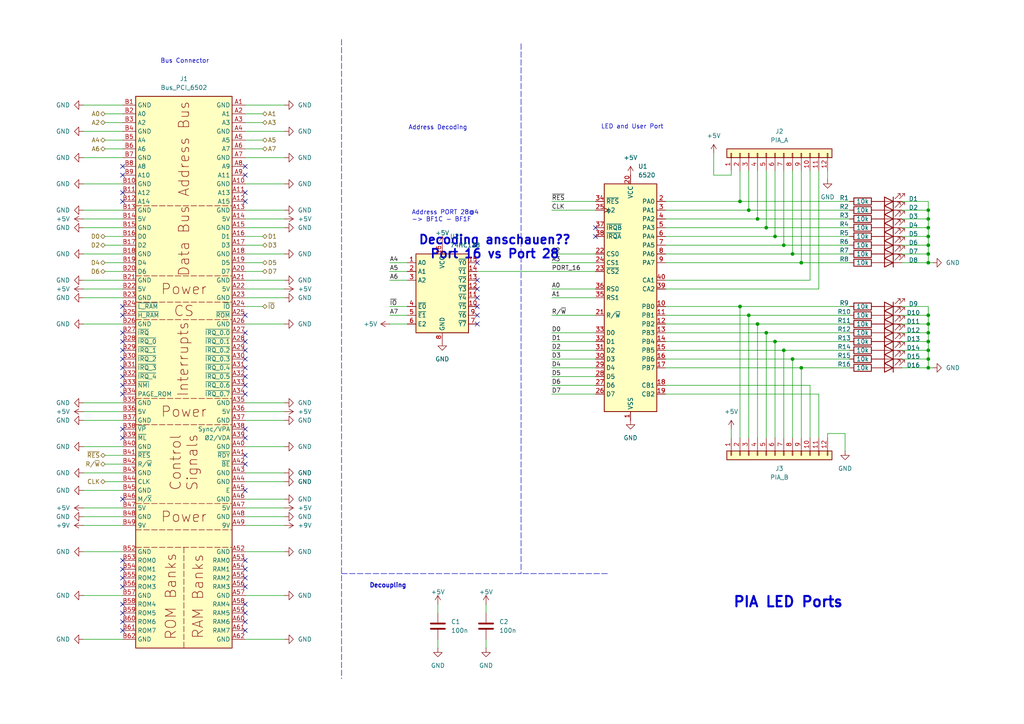
<source format=kicad_sch>
(kicad_sch (version 20231120) (generator "eeschema") (generator_version "8.0")
  (paper "A4")
  (title_block (title "S65xx Computer System") (date "2024-06-30") (rev "1.0") (company "Synthron"))
  (junction (at 224.79 99.06))
  (junction (at 269.24 101.6))
  (junction (at 219.71 63.5))
  (junction (at 269.24 93.98))
  (junction (at 232.41 106.68))
  (junction (at 269.24 96.52))
  (junction (at 269.24 99.06))
  (junction (at 224.79 68.58))
  (junction (at 269.24 73.66))
  (junction (at 269.24 71.12))
  (junction (at 222.25 66.04))
  (junction (at 219.71 93.98))
  (junction (at 222.25 96.52))
  (junction (at 229.87 104.14))
  (junction (at 214.63 58.42))
  (junction (at 269.24 91.44))
  (junction (at 269.24 76.2))
  (junction (at 269.24 68.58))
  (junction (at 269.24 106.68))
  (junction (at 269.24 60.96))
  (junction (at 269.24 63.5))
  (junction (at 229.87 73.66))
  (junction (at 227.33 101.6))
  (junction (at 217.17 60.96))
  (junction (at 214.63 88.9))
  (junction (at 269.24 66.04))
  (junction (at 269.24 104.14))
  (junction (at 227.33 71.12))
  (junction (at 232.41 76.2))
  (junction (at 217.17 91.44))
  (no_connect (at 71.12 134.62))
  (no_connect (at 71.12 182.88))
  (no_connect (at 35.56 182.88))
  (no_connect (at 172.72 68.58))
  (no_connect (at 35.56 170.18))
  (no_connect (at 71.12 124.46))
  (no_connect (at 35.56 58.42))
  (no_connect (at 71.12 175.26))
  (no_connect (at 35.56 175.26))
  (no_connect (at 71.12 170.18))
  (no_connect (at 71.12 58.42))
  (no_connect (at 71.12 132.08))
  (no_connect (at 35.56 48.26))
  (no_connect (at 35.56 124.46))
  (no_connect (at 71.12 114.3))
  (no_connect (at 35.56 101.6))
  (no_connect (at 138.43 86.36))
  (no_connect (at 71.12 111.76))
  (no_connect (at 71.12 106.68))
  (no_connect (at 71.12 109.22))
  (no_connect (at 35.56 91.44))
  (no_connect (at 71.12 104.14))
  (no_connect (at 35.56 180.34))
  (no_connect (at 71.12 48.26))
  (no_connect (at 35.56 144.78))
  (no_connect (at 35.56 127))
  (no_connect (at 138.43 76.2))
  (no_connect (at 35.56 177.8))
  (no_connect (at 71.12 99.06))
  (no_connect (at 71.12 50.8))
  (no_connect (at 35.56 99.06))
  (no_connect (at 35.56 104.14))
  (no_connect (at 71.12 162.56))
  (no_connect (at 71.12 96.52))
  (no_connect (at 35.56 109.22))
  (no_connect (at 35.56 162.56))
  (no_connect (at 35.56 111.76))
  (no_connect (at 71.12 142.24))
  (no_connect (at 138.43 83.82))
  (no_connect (at 71.12 91.44))
  (no_connect (at 138.43 88.9))
  (no_connect (at 35.56 50.8))
  (no_connect (at 35.56 88.9))
  (no_connect (at 71.12 165.1))
  (no_connect (at 71.12 55.88))
  (no_connect (at 35.56 96.52))
  (no_connect (at 71.12 177.8))
  (no_connect (at 138.43 91.44))
  (no_connect (at 35.56 114.3))
  (no_connect (at 71.12 167.64))
  (no_connect (at 35.56 106.68))
  (no_connect (at 71.12 127))
  (no_connect (at 35.56 55.88))
  (no_connect (at 35.56 165.1))
  (no_connect (at 138.43 81.28))
  (no_connect (at 172.72 66.04))
  (no_connect (at 71.12 101.6))
  (no_connect (at 71.12 180.34))
  (no_connect (at 35.56 167.64))
  (no_connect (at 138.43 93.98))
  (wire (pts (xy 261.62 96.52) (xy 269.24 96.52)))
  (wire (pts (xy 219.71 93.98) (xy 246.38 93.98)))
  (wire (pts (xy 246.38 58.42) (xy 214.63 58.42)))
  (wire (pts (xy 224.79 99.06) (xy 193.04 99.06)))
  (wire (pts (xy 82.55 149.86) (xy 71.12 149.86)))
  (wire (pts (xy 30.48 78.74) (xy 35.56 78.74)))
  (wire (pts (xy 160.02 83.82) (xy 172.72 83.82)))
  (wire (pts (xy 113.03 76.2) (xy 118.11 76.2)))
  (wire (pts (xy 82.55 66.04) (xy 71.12 66.04)))
  (wire (pts (xy 82.55 30.48) (xy 71.12 30.48)))
  (wire (pts (xy 160.02 76.2) (xy 172.72 76.2)))
  (wire (pts (xy 160.02 104.14) (xy 172.72 104.14)))
  (wire (pts (xy 30.48 139.7) (xy 35.56 139.7)))
  (wire (pts (xy 207.01 50.8) (xy 212.09 50.8)))
  (wire (pts (xy 82.55 116.84) (xy 71.12 116.84)))
  (wire (pts (xy 24.13 129.54) (xy 35.56 129.54)))
  (wire (pts (xy 246.38 88.9) (xy 214.63 88.9)))
  (wire (pts (xy 234.95 127) (xy 234.95 111.76)))
  (wire (pts (xy 214.63 88.9) (xy 214.63 127)))
  (wire (pts (xy 261.62 60.96) (xy 269.24 60.96)))
  (wire (pts (xy 214.63 88.9) (xy 193.04 88.9)))
  (wire (pts (xy 82.55 121.92) (xy 71.12 121.92)))
  (wire (pts (xy 214.63 58.42) (xy 193.04 58.42)))
  (wire (pts (xy 224.79 49.53) (xy 224.79 68.58)))
  (wire (pts (xy 30.48 71.12) (xy 35.56 71.12)))
  (wire (pts (xy 269.24 68.58) (xy 269.24 66.04)))
  (wire (pts (xy 246.38 99.06) (xy 224.79 99.06)))
  (wire (pts (xy 82.55 38.1) (xy 71.12 38.1)))
  (wire (pts (xy 113.03 91.44) (xy 118.11 91.44)))
  (wire (pts (xy 160.02 101.6) (xy 172.72 101.6)))
  (wire (pts (xy 24.13 53.34) (xy 35.56 53.34)))
  (wire (pts (xy 229.87 104.14) (xy 229.87 127)))
  (wire (pts (xy 24.13 185.42) (xy 35.56 185.42)))
  (wire (pts (xy 227.33 71.12) (xy 193.04 71.12)))
  (wire (pts (xy 82.55 160.02) (xy 71.12 160.02)))
  (wire (pts (xy 193.04 68.58) (xy 224.79 68.58)))
  (wire (pts (xy 269.24 76.2) (xy 269.24 73.66)))
  (wire (pts (xy 269.24 58.42) (xy 261.62 58.42)))
  (wire (pts (xy 212.09 50.8) (xy 212.09 49.53)))
  (wire (pts (xy 24.13 81.28) (xy 35.56 81.28)))
  (wire (pts (xy 229.87 104.14) (xy 193.04 104.14)))
  (wire (pts (xy 237.49 114.3) (xy 193.04 114.3)))
  (wire (pts (xy 240.03 125.73) (xy 240.03 127)))
  (wire (pts (xy 269.24 73.66) (xy 269.24 71.12)))
  (wire (pts (xy 30.48 68.58) (xy 35.56 68.58)))
  (wire (pts (xy 261.62 101.6) (xy 269.24 101.6)))
  (wire (pts (xy 269.24 106.68) (xy 269.24 104.14)))
  (wire (pts (xy 261.62 99.06) (xy 269.24 99.06)))
  (wire (pts (xy 237.49 49.53) (xy 237.49 83.82)))
  (wire (pts (xy 232.41 76.2) (xy 193.04 76.2)))
  (wire (pts (xy 24.13 38.1) (xy 35.56 38.1)))
  (wire (pts (xy 270.51 76.2) (xy 269.24 76.2)))
  (wire (pts (xy 261.62 91.44) (xy 269.24 91.44)))
  (wire (pts (xy 269.24 91.44) (xy 269.24 88.9)))
  (wire (pts (xy 76.2 78.74) (xy 71.12 78.74)))
  (wire (pts (xy 261.62 76.2) (xy 269.24 76.2)))
  (wire (pts (xy 82.55 63.5) (xy 71.12 63.5)))
  (wire (pts (xy 76.2 68.58) (xy 71.12 68.58)))
  (wire (pts (xy 269.24 101.6) (xy 269.24 99.06)))
  (wire (pts (xy 229.87 49.53) (xy 229.87 73.66)))
  (wire (pts (xy 160.02 58.42) (xy 172.72 58.42)))
  (wire (pts (xy 219.71 127) (xy 219.71 93.98)))
  (wire (pts (xy 222.25 96.52) (xy 222.25 127)))
  (wire (pts (xy 270.51 106.68) (xy 269.24 106.68)))
  (wire (pts (xy 234.95 49.53) (xy 234.95 81.28)))
  (wire (pts (xy 160.02 73.66) (xy 172.72 73.66)))
  (wire (pts (xy 82.55 45.72) (xy 71.12 45.72)))
  (wire (pts (xy 234.95 111.76) (xy 193.04 111.76)))
  (wire (pts (xy 76.2 40.64) (xy 71.12 40.64)))
  (wire (pts (xy 246.38 106.68) (xy 232.41 106.68)))
  (wire (pts (xy 240.03 52.07) (xy 240.03 49.53)))
  (wire (pts (xy 82.55 119.38) (xy 71.12 119.38)))
  (wire (pts (xy 160.02 99.06) (xy 172.72 99.06)))
  (wire (pts (xy 82.55 147.32) (xy 71.12 147.32)))
  (wire (pts (xy 82.55 137.16) (xy 71.12 137.16)))
  (wire (pts (xy 76.2 33.02) (xy 71.12 33.02)))
  (wire (pts (xy 207.01 44.45) (xy 207.01 50.8)))
  (wire (pts (xy 160.02 91.44) (xy 172.72 91.44)))
  (wire (pts (xy 30.48 33.02) (xy 35.56 33.02)))
  (wire (pts (xy 246.38 104.14) (xy 229.87 104.14)))
  (wire (pts (xy 214.63 49.53) (xy 214.63 58.42)))
  (wire (pts (xy 82.55 60.96) (xy 71.12 60.96)))
  (wire (pts (xy 269.24 96.52) (xy 269.24 93.98)))
  (wire (pts (xy 234.95 81.28) (xy 193.04 81.28)))
  (wire (pts (xy 261.62 71.12) (xy 269.24 71.12)))
  (wire (pts (xy 246.38 60.96) (xy 217.17 60.96)))
  (wire (pts (xy 24.13 93.98) (xy 35.56 93.98)))
  (wire (pts (xy 269.24 93.98) (xy 269.24 91.44)))
  (wire (pts (xy 212.09 124.46) (xy 212.09 127)))
  (wire (pts (xy 222.25 66.04) (xy 193.04 66.04)))
  (wire (pts (xy 24.13 172.72) (xy 35.56 172.72)))
  (wire (pts (xy 24.13 60.96) (xy 35.56 60.96)))
  (wire (pts (xy 82.55 73.66) (xy 71.12 73.66)))
  (wire (pts (xy 30.48 43.18) (xy 35.56 43.18)))
  (wire (pts (xy 261.62 63.5) (xy 269.24 63.5)))
  (wire (pts (xy 219.71 49.53) (xy 219.71 63.5)))
  (polyline (pts (xy 99.06 11.43) (xy 99.06 196.85)) (stroke (width 0) (type dash)))
  (wire (pts (xy 30.48 35.56) (xy 35.56 35.56)))
  (wire (pts (xy 113.03 93.98) (xy 118.11 93.98)))
  (wire (pts (xy 222.25 49.53) (xy 222.25 66.04)))
  (wire (pts (xy 113.03 81.28) (xy 118.11 81.28)))
  (polyline (pts (xy 151.13 12.7) (xy 151.13 166.37)) (stroke (width 0) (type dash)))
  (wire (pts (xy 76.2 43.18) (xy 71.12 43.18)))
  (wire (pts (xy 76.2 76.2) (xy 71.12 76.2)))
  (wire (pts (xy 24.13 121.92) (xy 35.56 121.92)))
  (wire (pts (xy 24.13 83.82) (xy 35.56 83.82)))
  (wire (pts (xy 269.24 99.06) (xy 269.24 96.52)))
  (wire (pts (xy 232.41 106.68) (xy 193.04 106.68)))
  (wire (pts (xy 76.2 71.12) (xy 71.12 71.12)))
  (wire (pts (xy 269.24 63.5) (xy 269.24 60.96)))
  (wire (pts (xy 82.55 83.82) (xy 71.12 83.82)))
  (wire (pts (xy 227.33 71.12) (xy 246.38 71.12)))
  (wire (pts (xy 24.13 147.32) (xy 35.56 147.32)))
  (wire (pts (xy 24.13 119.38) (xy 35.56 119.38)))
  (wire (pts (xy 217.17 60.96) (xy 193.04 60.96)))
  (wire (pts (xy 246.38 76.2) (xy 232.41 76.2)))
  (wire (pts (xy 193.04 91.44) (xy 217.17 91.44)))
  (wire (pts (xy 127 185.42) (xy 127 187.96)))
  (wire (pts (xy 138.43 78.74) (xy 172.72 78.74)))
  (wire (pts (xy 160.02 106.68) (xy 172.72 106.68)))
  (wire (pts (xy 245.11 130.81) (xy 245.11 125.73)))
  (wire (pts (xy 245.11 125.73) (xy 240.03 125.73)))
  (wire (pts (xy 269.24 104.14) (xy 269.24 101.6)))
  (wire (pts (xy 160.02 111.76) (xy 172.72 111.76)))
  (wire (pts (xy 261.62 106.68) (xy 269.24 106.68)))
  (wire (pts (xy 82.55 185.42) (xy 71.12 185.42)))
  (wire (pts (xy 82.55 139.7) (xy 71.12 139.7)))
  (wire (pts (xy 30.48 132.08) (xy 35.56 132.08)))
  (wire (pts (xy 222.25 96.52) (xy 193.04 96.52)))
  (wire (pts (xy 160.02 96.52) (xy 172.72 96.52)))
  (wire (pts (xy 76.2 35.56) (xy 71.12 35.56)))
  (wire (pts (xy 24.13 73.66) (xy 35.56 73.66)))
  (wire (pts (xy 160.02 86.36) (xy 172.72 86.36)))
  (wire (pts (xy 24.13 137.16) (xy 35.56 137.16)))
  (wire (pts (xy 269.24 71.12) (xy 269.24 68.58)))
  (wire (pts (xy 261.62 66.04) (xy 269.24 66.04)))
  (polyline (pts (xy 99.06 166.37) (xy 176.53 166.37)) (stroke (width 0) (type dash)))
  (wire (pts (xy 229.87 73.66) (xy 193.04 73.66)))
  (wire (pts (xy 227.33 101.6) (xy 193.04 101.6)))
  (wire (pts (xy 237.49 83.82) (xy 193.04 83.82)))
  (wire (pts (xy 232.41 106.68) (xy 232.41 127)))
  (wire (pts (xy 160.02 109.22) (xy 172.72 109.22)))
  (wire (pts (xy 113.03 88.9) (xy 118.11 88.9)))
  (wire (pts (xy 269.24 60.96) (xy 269.24 58.42)))
  (wire (pts (xy 269.24 66.04) (xy 269.24 63.5)))
  (wire (pts (xy 140.97 175.26) (xy 140.97 177.8)))
  (wire (pts (xy 246.38 63.5) (xy 219.71 63.5)))
  (wire (pts (xy 76.2 88.9) (xy 71.12 88.9)))
  (wire (pts (xy 30.48 40.64) (xy 35.56 40.64)))
  (wire (pts (xy 193.04 93.98) (xy 219.71 93.98)))
  (wire (pts (xy 24.13 160.02) (xy 35.56 160.02)))
  (wire (pts (xy 82.55 129.54) (xy 71.12 129.54)))
  (wire (pts (xy 30.48 134.62) (xy 35.56 134.62)))
  (wire (pts (xy 24.13 86.36) (xy 35.56 86.36)))
  (wire (pts (xy 24.13 45.72) (xy 35.56 45.72)))
  (wire (pts (xy 261.62 93.98) (xy 269.24 93.98)))
  (wire (pts (xy 219.71 63.5) (xy 193.04 63.5)))
  (wire (pts (xy 217.17 49.53) (xy 217.17 60.96)))
  (wire (pts (xy 24.13 30.48) (xy 35.56 30.48)))
  (wire (pts (xy 82.55 81.28) (xy 71.12 81.28)))
  (wire (pts (xy 24.13 142.24) (xy 35.56 142.24)))
  (wire (pts (xy 246.38 101.6) (xy 227.33 101.6)))
  (wire (pts (xy 82.55 86.36) (xy 71.12 86.36)))
  (wire (pts (xy 113.03 78.74) (xy 118.11 78.74)))
  (wire (pts (xy 227.33 101.6) (xy 227.33 127)))
  (wire (pts (xy 140.97 185.42) (xy 140.97 187.96)))
  (wire (pts (xy 237.49 127) (xy 237.49 114.3)))
  (wire (pts (xy 246.38 96.52) (xy 222.25 96.52)))
  (wire (pts (xy 82.55 172.72) (xy 71.12 172.72)))
  (wire (pts (xy 246.38 73.66) (xy 229.87 73.66)))
  (wire (pts (xy 127 175.26) (xy 127 177.8)))
  (wire (pts (xy 261.62 73.66) (xy 269.24 73.66)))
  (wire (pts (xy 246.38 66.04) (xy 222.25 66.04)))
  (wire (pts (xy 24.13 149.86) (xy 35.56 149.86)))
  (wire (pts (xy 24.13 152.4) (xy 35.56 152.4)))
  (wire (pts (xy 160.02 114.3) (xy 172.72 114.3)))
  (wire (pts (xy 82.55 152.4) (xy 71.12 152.4)))
  (wire (pts (xy 217.17 127) (xy 217.17 91.44)))
  (wire (pts (xy 24.13 116.84) (xy 35.56 116.84)))
  (wire (pts (xy 82.55 93.98) (xy 71.12 93.98)))
  (wire (pts (xy 224.79 68.58) (xy 246.38 68.58)))
  (wire (pts (xy 30.48 76.2) (xy 35.56 76.2)))
  (wire (pts (xy 24.13 66.04) (xy 35.56 66.04)))
  (wire (pts (xy 217.17 91.44) (xy 246.38 91.44)))
  (wire (pts (xy 160.02 60.96) (xy 172.72 60.96)))
  (wire (pts (xy 261.62 68.58) (xy 269.24 68.58)))
  (wire (pts (xy 227.33 49.53) (xy 227.33 71.12)))
  (wire (pts (xy 24.13 63.5) (xy 35.56 63.5)))
  (wire (pts (xy 232.41 49.53) (xy 232.41 76.2)))
  (wire (pts (xy 82.55 53.34) (xy 71.12 53.34)))
  (wire (pts (xy 224.79 99.06) (xy 224.79 127)))
  (wire (pts (xy 269.24 88.9) (xy 261.62 88.9)))
  (wire (pts (xy 82.55 144.78) (xy 71.12 144.78)))
  (wire (pts (xy 261.62 104.14) (xy 269.24 104.14)))
  (text "PIA LED Ports" (at 228.6 174.752 0) (effects (font (size 3 3) (thickness 0.6) (bold yes))))
  (text "Address PORT 28@4 \n-> BF1C - BF1F" (at 119.38 62.738 0) (effects (font (size 1.27 1.27)) (justify left)))
  (text "Decoding anschauen??\nPort 16 vs Port 28" (at 143.51 71.755 0) (effects (font (size 2.54 2.54) (thickness 0.508) (bold yes))))
  (text "Address Decoding" (at 127 37.084 0) (effects (font (size 1.27 1.27))))
  (text "Bus Connector" (at 53.594 17.78 0) (effects (font (size 1.27 1.27))))
  (text "Decoupling" (at 112.522 169.926 0) (effects (font (size 1.27 1.27) (bold yes))))
  (text "LED and User Port" (at 183.388 36.83 0) (effects (font (size 1.27 1.27))))
  (label "D4" (at 160.02 106.68 0))
  (label "D6" (at 160.02 111.76 0))
  (label "CLK" (at 160.02 60.96 0))
  (label "A6" (at 113.03 81.28 0))
  (label "D5" (at 160.02 109.22 0))
  (label "A1" (at 160.02 86.36 0))
  (label "~{IO}" (at 113.03 88.9 0))
  (label "PORT_16" (at 160.02 78.74 0))
  (label "D0" (at 160.02 96.52 0))
  (label "D3" (at 160.02 104.14 0))
  (label "~{RES}" (at 160.02 58.42 0))
  (label "A3" (at 160.02 76.2 0))
  (label "D1" (at 160.02 99.06 0))
  (label "R{slash}~{W}" (at 160.02 91.44 0))
  (label "D2" (at 160.02 101.6 0))
  (label "A0" (at 160.02 83.82 0))
  (label "A2" (at 160.02 73.66 0))
  (label "A7" (at 113.03 91.44 0))
  (label "A5" (at 113.03 78.74 0))
  (label "D7" (at 160.02 114.3 0))
  (label "A4" (at 113.03 76.2 0))
  (hierarchical_label "D5" (shape bidirectional) (at 76.2 76.2 0))
  (hierarchical_label "CLK" (shape bidirectional) (at 30.48 139.7 180))
  (hierarchical_label "A2" (shape bidirectional) (at 30.48 35.56 180))
  (hierarchical_label "D6" (shape bidirectional) (at 30.48 78.74 180))
  (hierarchical_label "A3" (shape bidirectional) (at 76.2 35.56 0))
  (hierarchical_label "R{slash}~{W}" (shape bidirectional) (at 30.48 134.62 180))
  (hierarchical_label "D2" (shape bidirectional) (at 30.48 71.12 180))
  (hierarchical_label "D1" (shape bidirectional) (at 76.2 68.58 0))
  (hierarchical_label "D7" (shape bidirectional) (at 76.2 78.74 0))
  (hierarchical_label "A6" (shape bidirectional) (at 30.48 43.18 180))
  (hierarchical_label "D4" (shape bidirectional) (at 30.48 76.2 180))
  (hierarchical_label "A0" (shape bidirectional) (at 30.48 33.02 180))
  (hierarchical_label "A5" (shape bidirectional) (at 76.2 40.64 0))
  (hierarchical_label "D0" (shape bidirectional) (at 30.48 68.58 180))
  (hierarchical_label "~{RES}" (shape bidirectional) (at 30.48 132.08 180))
  (hierarchical_label "~{IO}" (shape bidirectional) (at 76.2 88.9 0))
  (hierarchical_label "D3" (shape bidirectional) (at 76.2 71.12 0))
  (hierarchical_label "A7" (shape bidirectional) (at 76.2 43.18 0))
  (hierarchical_label "A4" (shape bidirectional) (at 30.48 40.64 180))
  (hierarchical_label "A1" (shape bidirectional) (at 76.2 33.02 0))
  (symbol (lib_id "power:GND") (at 24.13 38.1 270) (unit 1)
    (property "Reference" "#PWR03" (effects (hide yes)))
    (property "Value" "GND" (at 20.32 38.0999 90) (effects (justify right)))
    (property "Description" "Power symbol creates a global label with name \"GND\" , ground" (effects (hide yes)))
  )
  (symbol (lib_id "power:GND") (at 82.55 86.36 90) (mirror x) (unit 1)
    (property "Reference" "#PWR022" (effects (hide yes)))
    (property "Value" "GND" (at 86.36 86.3599 90) (effects (justify right)))
    (property "Description" "Power symbol creates a global label with name \"GND\" , ground" (effects (hide yes)))
  )
  (symbol (lib_id "power:+5V") (at 82.55 83.82 270) (mirror x) (unit 1)
    (property "Reference" "#PWR020" (effects (hide yes)))
    (property "Value" "+5V" (at 86.36 83.8199 90) (effects (justify left)))
    (property "Description" "Power symbol creates a global label with name \"+5V\"" (effects (hide yes)))
  )
  (symbol (lib_id "Device:R") (at 250.19 71.12 90) (unit 1)
    (property "Reference" "R6" (at 244.856 70.104 90))
    (property "Value" "10k" (at 250.19 71.12 90))
    (property "Footprint" "Resistor_SMD:R_0805_2012Metric" (effects (hide yes)))
    (property "Description" "Resistor" (effects (hide yes)))
  )
  (symbol (lib_id "Device:R") (at 250.19 58.42 90) (unit 1)
    (property "Reference" "R1" (at 244.856 57.404 90))
    (property "Value" "10k" (at 250.19 58.42 90))
    (property "Footprint" "Resistor_SMD:R_0805_2012Metric" (effects (hide yes)))
    (property "Description" "Resistor" (effects (hide yes)))
  )
  (symbol (lib_id "Device:R") (at 250.19 60.96 90) (unit 1)
    (property "Reference" "R2" (at 244.856 59.944 90))
    (property "Value" "10k" (at 250.19 60.96 90))
    (property "Footprint" "Resistor_SMD:R_0805_2012Metric" (effects (hide yes)))
    (property "Description" "Resistor" (effects (hide yes)))
  )
  (symbol (lib_id "power:GND") (at 82.55 121.92 90) (mirror x) (unit 1)
    (property "Reference" "#PWR030" (effects (hide yes)))
    (property "Value" "GND" (at 86.36 121.9199 90) (effects (justify right)))
    (property "Description" "Power symbol creates a global label with name \"GND\" , ground" (effects (hide yes)))
  )
  (symbol (lib_id "power:GND") (at 82.55 160.02 90) (unit 1)
    (property "Reference" "#PWR045" (effects (hide yes)))
    (property "Value" "GND" (at 86.36 160.0201 90) (effects (justify right)))
    (property "Description" "Power symbol creates a global label with name \"GND\" , ground" (effects (hide yes)))
  )
  (symbol (lib_id "6502:Bus_PCI_6502") (at 53.34 106.68 0) (unit 1)
    (property "Reference" "J1" (at 53.34 22.86 0))
    (property "Value" "Bus_PCI_6502" (at 53.34 25.4 0))
    (property "Footprint" "Connector_PCBEdge:BUS_PCI" (effects (hide yes)))
    (property "Datasheet" "http://pinouts.ru/Slots/PCI_pinout.shtml" (effects (hide yes)))
    (property "Description" "PCI bus connector for 5V cards" (effects (hide yes)))
  )
  (symbol (lib_id "power:GND") (at 82.55 66.04 90) (mirror x) (unit 1)
    (property "Reference" "#PWR014" (effects (hide yes)))
    (property "Value" "GND" (at 86.36 66.0399 90) (effects (justify right)))
    (property "Description" "Power symbol creates a global label with name \"GND\" , ground" (effects (hide yes)))
  )
  (symbol (lib_id "6502:6520") (at 182.88 86.36 0) (unit 1)
    (property "Reference" "U1" (at 185.0741 48.26 0) (effects (justify left)))
    (property "Value" "6520" (at 185.0741 50.8 0) (effects (justify left)))
    (property "Footprint" "Package_DIP:DIP-40_W15.24mm" (effects (hide yes)))
    (property "Datasheet" "http://www.6502.org/documents/datasheets/mos/mos_6520.pdf" (effects (hide yes)))
    (property "Description" "NMOS Peripheral Interface Adapter (PIA), 20-pin I/O, DIP-40" (effects (hide yes)))
  )
  (symbol (lib_id "power:GND") (at 182.88 121.92 0) (unit 1)
    (property "Reference" "#PWR053" (effects (hide yes)))
    (property "Value" "GND" (at 182.88 127 0))
    (property "Description" "Power symbol creates a global label with name \"GND\" , ground" (effects (hide yes)))
  )
  (symbol (lib_id "power:GND") (at 24.13 81.28 270) (unit 1)
    (property "Reference" "#PWR017" (effects (hide yes)))
    (property "Value" "GND" (at 20.32 81.2799 90) (effects (justify right)))
    (property "Description" "Power symbol creates a global label with name \"GND\" , ground" (effects (hide yes)))
  )
  (symbol (lib_id "power:GND") (at 24.13 185.42 270) (unit 1)
    (property "Reference" "#PWR048" (effects (hide yes)))
    (property "Value" "GND" (at 20.32 185.4199 90) (effects (justify right)))
    (property "Description" "Power symbol creates a global label with name \"GND\" , ground" (effects (hide yes)))
  )
  (symbol (lib_id "Device:R") (at 250.19 99.06 90) (unit 1)
    (property "Reference" "R13" (at 244.856 98.044 90))
    (property "Value" "10k" (at 250.19 99.06 90))
    (property "Footprint" "Resistor_SMD:R_0805_2012Metric" (effects (hide yes)))
    (property "Description" "Resistor" (effects (hide yes)))
  )
  (symbol (lib_id "power:GND") (at 82.55 116.84 90) (mirror x) (unit 1)
    (property "Reference" "#PWR026" (effects (hide yes)))
    (property "Value" "GND" (at 86.36 116.8399 90) (effects (justify right)))
    (property "Description" "Power symbol creates a global label with name \"GND\" , ground" (effects (hide yes)))
  )
  (symbol (lib_id "power:GND") (at 24.13 60.96 270) (unit 1)
    (property "Reference" "#PWR09" (effects (hide yes)))
    (property "Value" "GND" (at 20.32 60.9599 90) (effects (justify right)))
    (property "Description" "Power symbol creates a global label with name \"GND\" , ground" (effects (hide yes)))
  )
  (symbol (lib_id "power:GND") (at 140.97 187.96 0) (mirror y) (unit 1)
    (property "Reference" "#PWR064" (effects (hide yes)))
    (property "Value" "GND" (at 140.97 193.04 0))
    (property "Description" "Power symbol creates a global label with name \"GND\" , ground" (effects (hide yes)))
  )
  (symbol (lib_id "Device:R") (at 250.19 96.52 90) (unit 1)
    (property "Reference" "R12" (at 244.856 95.504 90))
    (property "Value" "10k" (at 250.19 96.52 90))
    (property "Footprint" "Resistor_SMD:R_0805_2012Metric" (effects (hide yes)))
    (property "Description" "Resistor" (effects (hide yes)))
  )
  (symbol (lib_id "Device:LED") (at 257.81 63.5 180) (unit 1)
    (property "Reference" "D3" (at 264.922 62.738 0))
    (property "Value" "LED" (effects (hide yes)))
    (property "Footprint" "Eigene:SPST_Edge" (effects (hide yes)))
    (property "Description" "Light emitting diode" (effects (hide yes)))
  )
  (symbol (lib_id "power:+5V") (at 140.97 175.26 0) (mirror y) (unit 1)
    (property "Reference" "#PWR063" (effects (hide yes)))
    (property "Value" "+5V" (at 140.97 171.704 0))
    (property "Description" "Power symbol creates a global label with name \"+5V\"" (effects (hide yes)))
  )
  (symbol (lib_id "power:GND") (at 24.13 45.72 270) (unit 1)
    (property "Reference" "#PWR05" (effects (hide yes)))
    (property "Value" "GND" (at 20.32 45.7199 90) (effects (justify right)))
    (property "Description" "Power symbol creates a global label with name \"GND\" , ground" (effects (hide yes)))
  )
  (symbol (lib_id "power:GND") (at 24.13 30.48 270) (unit 1)
    (property "Reference" "#PWR01" (effects (hide yes)))
    (property "Value" "GND" (at 20.32 30.4799 90) (effects (justify right)))
    (property "Description" "Power symbol creates a global label with name \"GND\" , ground" (effects (hide yes)))
  )
  (symbol (lib_id "Device:LED") (at 257.81 99.06 180) (unit 1)
    (property "Reference" "D13" (at 264.922 98.298 0))
    (property "Value" "LED" (effects (hide yes)))
    (property "Footprint" "Eigene:SPST_Edge" (effects (hide yes)))
    (property "Description" "Light emitting diode" (effects (hide yes)))
  )
  (symbol (lib_id "Device:R") (at 250.19 76.2 90) (unit 1)
    (property "Reference" "R8" (at 244.856 75.184 90))
    (property "Value" "10k" (at 250.19 76.2 90))
    (property "Footprint" "Resistor_SMD:R_0805_2012Metric" (effects (hide yes)))
    (property "Description" "Resistor" (effects (hide yes)))
  )
  (symbol (lib_id "power:+5V") (at 127 175.26 0) (mirror y) (unit 1)
    (property "Reference" "#PWR061" (effects (hide yes)))
    (property "Value" "+5V" (at 127 171.704 0))
    (property "Description" "Power symbol creates a global label with name \"+5V\"" (effects (hide yes)))
  )
  (symbol (lib_id "Connector_Generic:Conn_01x12") (at 224.79 44.45 90) (unit 1)
    (property "Reference" "J2" (at 226.06 38.1 90))
    (property "Value" "PIA_A" (at 226.06 40.64 90))
    (property "Footprint" "Connector_PinHeader_2.54mm:PinHeader_1x12_P2.54mm_Vertical" (effects (hide yes)))
    (property "Description" "Generic connector, single row, 01x12, script generated (kicad-library-utils/schlib/autogen/connector/)" (effects (hide yes)))
  )
  (symbol (lib_id "power:GND") (at 82.55 185.42 90) (unit 1)
    (property "Reference" "#PWR049" (effects (hide yes)))
    (property "Value" "GND" (at 86.36 185.4201 90) (effects (justify right)))
    (property "Description" "Power symbol creates a global label with name \"GND\" , ground" (effects (hide yes)))
  )
  (symbol (lib_id "Device:LED") (at 257.81 68.58 180) (unit 1)
    (property "Reference" "D5" (at 264.922 67.818 0))
    (property "Value" "LED" (effects (hide yes)))
    (property "Footprint" "Eigene:SPST_Edge" (effects (hide yes)))
    (property "Description" "Light emitting diode" (effects (hide yes)))
  )
  (symbol (lib_id "Device:LED") (at 257.81 71.12 180) (unit 1)
    (property "Reference" "D6" (at 264.922 70.358 0))
    (property "Value" "LED" (effects (hide yes)))
    (property "Footprint" "Eigene:SPST_Edge" (effects (hide yes)))
    (property "Description" "Light emitting diode" (effects (hide yes)))
  )
  (symbol (lib_id "Device:R") (at 250.19 93.98 90) (unit 1)
    (property "Reference" "R11" (at 244.856 92.964 90))
    (property "Value" "10k" (at 250.19 93.98 90))
    (property "Footprint" "Resistor_SMD:R_0805_2012Metric" (effects (hide yes)))
    (property "Description" "Resistor" (effects (hide yes)))
  )
  (symbol (lib_id "Connector_Generic:Conn_01x12") (at 224.79 132.08 90) (mirror x) (unit 1)
    (property "Reference" "J3" (at 226.06 135.89 90))
    (property "Value" "PIA_B" (at 226.06 138.43 90))
    (property "Footprint" "Connector_PinHeader_2.54mm:PinHeader_1x12_P2.54mm_Vertical" (effects (hide yes)))
    (property "Description" "Generic connector, single row, 01x12, script generated (kicad-library-utils/schlib/autogen/connector/)" (effects (hide yes)))
  )
  (symbol (lib_id "74xx:74HC138") (at 128.27 86.36 0) (unit 1)
    (property "Reference" "U2" (at 130.4641 68.58 0) (effects (justify left)))
    (property "Value" "74HC138" (at 130.4641 71.12 0) (effects (justify left)))
    (property "Footprint" "Package_DIP:DIP-16_W7.62mm_LongPads" (effects (hide yes)))
    (property "Datasheet" "http://www.ti.com/lit/ds/symlink/cd74hc238.pdf" (effects (hide yes)))
    (property "Description" "3-to-8 line decoder/multiplexer inverting, DIP-16/SOIC-16/SSOP-16" (effects (hide yes)))
  )
  (symbol (lib_id "power:GND") (at 24.13 86.36 270) (unit 1)
    (property "Reference" "#PWR021" (effects (hide yes)))
    (property "Value" "GND" (at 20.32 86.3599 90) (effects (justify right)))
    (property "Description" "Power symbol creates a global label with name \"GND\" , ground" (effects (hide yes)))
  )
  (symbol (lib_id "power:GND") (at 82.55 172.72 90) (unit 1)
    (property "Reference" "#PWR047" (effects (hide yes)))
    (property "Value" "GND" (at 86.36 172.7201 90) (effects (justify right)))
    (property "Description" "Power symbol creates a global label with name \"GND\" , ground" (effects (hide yes)))
  )
  (symbol (lib_id "power:GND") (at 24.13 137.16 270) (unit 1)
    (property "Reference" "#PWR033" (effects (hide yes)))
    (property "Value" "GND" (at 20.32 137.1599 90) (effects (justify right)))
    (property "Description" "Power symbol creates a global label with name \"GND\" , ground" (effects (hide yes)))
  )
  (symbol (lib_id "power:+5V") (at 24.13 147.32 90) (unit 1)
    (property "Reference" "#PWR038" (effects (hide yes)))
    (property "Value" "+5V" (at 20.32 147.3199 90) (effects (justify left)))
    (property "Description" "Power symbol creates a global label with name \"+5V\"" (effects (hide yes)))
  )
  (symbol (lib_id "Device:C") (at 127 181.61 0) (unit 1)
    (property "Reference" "C1" (at 130.81 180.3399 0) (effects (justify left)))
    (property "Value" "100n" (at 130.81 182.8799 0) (effects (justify left)))
    (property "Footprint" "Capacitor_SMD:C_0805_2012Metric" (effects (hide yes)))
    (property "Description" "Unpolarized capacitor" (effects (hide yes)))
  )
  (symbol (lib_id "power:GND") (at 24.13 149.86 270) (unit 1)
    (property "Reference" "#PWR040" (effects (hide yes)))
    (property "Value" "GND" (at 20.32 149.8599 90) (effects (justify right)))
    (property "Description" "Power symbol creates a global label with name \"GND\" , ground" (effects (hide yes)))
  )
  (symbol (lib_id "Device:LED") (at 257.81 91.44 180) (unit 1)
    (property "Reference" "D10" (at 264.922 90.678 0))
    (property "Value" "LED" (effects (hide yes)))
    (property "Footprint" "Eigene:SPST_Edge" (effects (hide yes)))
    (property "Description" "Light emitting diode" (effects (hide yes)))
  )
  (symbol (lib_id "power:GND") (at 82.55 30.48 90) (mirror x) (unit 1)
    (property "Reference" "#PWR02" (effects (hide yes)))
    (property "Value" "GND" (at 86.36 30.4799 90) (effects (justify right)))
    (property "Description" "Power symbol creates a global label with name \"GND\" , ground" (effects (hide yes)))
  )
  (symbol (lib_id "power:GND") (at 24.13 93.98 270) (unit 1)
    (property "Reference" "#PWR023" (effects (hide yes)))
    (property "Value" "GND" (at 20.32 93.9799 90) (effects (justify right)))
    (property "Description" "Power symbol creates a global label with name \"GND\" , ground" (effects (hide yes)))
  )
  (symbol (lib_id "power:GND") (at 24.13 66.04 270) (unit 1)
    (property "Reference" "#PWR013" (effects (hide yes)))
    (property "Value" "GND" (at 20.32 66.0399 90) (effects (justify right)))
    (property "Description" "Power symbol creates a global label with name \"GND\" , ground" (effects (hide yes)))
  )
  (symbol (lib_id "power:+5V") (at 24.13 83.82 90) (unit 1)
    (property "Reference" "#PWR019" (effects (hide yes)))
    (property "Value" "+5V" (at 20.32 83.8199 90) (effects (justify left)))
    (property "Description" "Power symbol creates a global label with name \"+5V\"" (effects (hide yes)))
  )
  (symbol (lib_id "power:+5V") (at 82.55 147.32 270) (mirror x) (unit 1)
    (property "Reference" "#PWR039" (effects (hide yes)))
    (property "Value" "+5V" (at 86.36 147.3199 90) (effects (justify left)))
    (property "Description" "Power symbol creates a global label with name \"+5V\"" (effects (hide yes)))
  )
  (symbol (lib_id "power:GND") (at 24.13 142.24 270) (unit 1)
    (property "Reference" "#PWR036" (effects (hide yes)))
    (property "Value" "GND" (at 20.32 142.2399 90) (effects (justify right)))
    (property "Description" "Power symbol creates a global label with name \"GND\" , ground" (effects (hide yes)))
  )
  (symbol (lib_id "Device:LED") (at 257.81 93.98 180) (unit 1)
    (property "Reference" "D11" (at 264.922 93.218 0))
    (property "Value" "LED" (effects (hide yes)))
    (property "Footprint" "Eigene:SPST_Edge" (effects (hide yes)))
    (property "Description" "Light emitting diode" (effects (hide yes)))
  )
  (symbol (lib_id "Device:LED") (at 257.81 76.2 180) (unit 1)
    (property "Reference" "D8" (at 264.922 75.438 0))
    (property "Value" "LED" (effects (hide yes)))
    (property "Footprint" "Eigene:SPST_Edge" (effects (hide yes)))
    (property "Description" "Light emitting diode" (effects (hide yes)))
  )
  (symbol (lib_id "power:GND") (at 24.13 73.66 270) (unit 1)
    (property "Reference" "#PWR015" (effects (hide yes)))
    (property "Value" "GND" (at 20.32 73.6599 90) (effects (justify right)))
    (property "Description" "Power symbol creates a global label with name \"GND\" , ground" (effects (hide yes)))
  )
  (symbol (lib_id "Device:R") (at 250.19 101.6 90) (unit 1)
    (property "Reference" "R14" (at 244.856 100.584 90))
    (property "Value" "10k" (at 250.19 101.6 90))
    (property "Footprint" "Resistor_SMD:R_0805_2012Metric" (effects (hide yes)))
    (property "Description" "Resistor" (effects (hide yes)))
  )
  (symbol (lib_id "Device:C") (at 140.97 181.61 0) (unit 1)
    (property "Reference" "C2" (at 144.78 180.3399 0) (effects (justify left)))
    (property "Value" "100n" (at 144.78 182.8799 0) (effects (justify left)))
    (property "Footprint" "Capacitor_SMD:C_0805_2012Metric" (effects (hide yes)))
    (property "Description" "Unpolarized capacitor" (effects (hide yes)))
  )
  (symbol (lib_id "power:GND") (at 270.51 76.2 90) (unit 1)
    (property "Reference" "#PWR051" (effects (hide yes)))
    (property "Value" "GND" (at 274.32 76.1999 90) (effects (justify right)))
    (property "Description" "Power symbol creates a global label with name \"GND\" , ground" (effects (hide yes)))
  )
  (symbol (lib_id "Device:LED") (at 257.81 104.14 180) (unit 1)
    (property "Reference" "D15" (at 264.922 103.378 0))
    (property "Value" "LED" (effects (hide yes)))
    (property "Footprint" "Eigene:SPST_Edge" (effects (hide yes)))
    (property "Description" "Light emitting diode" (effects (hide yes)))
  )
  (symbol (lib_id "Device:LED") (at 257.81 101.6 180) (unit 1)
    (property "Reference" "D14" (at 264.922 100.838 0))
    (property "Value" "LED" (effects (hide yes)))
    (property "Footprint" "Eigene:SPST_Edge" (effects (hide yes)))
    (property "Description" "Light emitting diode" (effects (hide yes)))
  )
  (symbol (lib_id "Device:LED") (at 257.81 58.42 180) (unit 1)
    (property "Reference" "D1" (at 264.922 57.658 0))
    (property "Value" "LED" (effects (hide yes)))
    (property "Footprint" "Eigene:SPST_Edge" (effects (hide yes)))
    (property "Description" "Light emitting diode" (effects (hide yes)))
  )
  (symbol (lib_id "power:+5V") (at 82.55 119.38 270) (mirror x) (unit 1)
    (property "Reference" "#PWR028" (effects (hide yes)))
    (property "Value" "+5V" (at 86.36 119.3799 90) (effects (justify left)))
    (property "Description" "Power symbol creates a global label with name \"+5V\"" (effects (hide yes)))
  )
  (symbol (lib_id "power:GND") (at 24.13 160.02 270) (unit 1)
    (property "Reference" "#PWR044" (effects (hide yes)))
    (property "Value" "GND" (at 20.32 160.0199 90) (effects (justify right)))
    (property "Description" "Power symbol creates a global label with name \"GND\" , ground" (effects (hide yes)))
  )
  (symbol (lib_id "power:GND") (at 270.51 106.68 90) (unit 1)
    (property "Reference" "#PWR052" (effects (hide yes)))
    (property "Value" "GND" (at 274.32 106.6799 90) (effects (justify right)))
    (property "Description" "Power symbol creates a global label with name \"GND\" , ground" (effects (hide yes)))
  )
  (symbol (lib_id "Device:R") (at 250.19 73.66 90) (unit 1)
    (property "Reference" "R7" (at 244.856 72.644 90))
    (property "Value" "10k" (at 250.19 73.66 90))
    (property "Footprint" "Resistor_SMD:R_0805_2012Metric" (effects (hide yes)))
    (property "Description" "Resistor" (effects (hide yes)))
  )
  (symbol (lib_id "power:GND") (at 24.13 129.54 270) (unit 1)
    (property "Reference" "#PWR031" (effects (hide yes)))
    (property "Value" "GND" (at 20.32 129.5399 90) (effects (justify right)))
    (property "Description" "Power symbol creates a global label with name \"GND\" , ground" (effects (hide yes)))
  )
  (symbol (lib_id "power:+5V") (at 24.13 119.38 90) (unit 1)
    (property "Reference" "#PWR027" (effects (hide yes)))
    (property "Value" "+5V" (at 20.32 119.3799 90) (effects (justify left)))
    (property "Description" "Power symbol creates a global label with name \"+5V\"" (effects (hide yes)))
  )
  (symbol (lib_id "Device:LED") (at 257.81 60.96 180) (unit 1)
    (property "Reference" "D2" (at 264.922 60.198 0))
    (property "Value" "LED" (effects (hide yes)))
    (property "Footprint" "Eigene:SPST_Edge" (effects (hide yes)))
    (property "Description" "Light emitting diode" (effects (hide yes)))
  )
  (symbol (lib_id "Device:R") (at 250.19 88.9 90) (unit 1)
    (property "Reference" "R9" (at 244.856 87.884 90))
    (property "Value" "10k" (at 250.19 88.9 90))
    (property "Footprint" "Resistor_SMD:R_0805_2012Metric" (effects (hide yes)))
    (property "Description" "Resistor" (effects (hide yes)))
  )
  (symbol (lib_id "power:GND") (at 240.03 52.07 0) (unit 1)
    (property "Reference" "#PWR055" (effects (hide yes)))
    (property "Value" "GND" (at 240.03 57.15 0))
    (property "Description" "Power symbol creates a global label with name \"GND\" , ground" (effects (hide yes)))
  )
  (symbol (lib_id "Device:LED") (at 257.81 66.04 180) (unit 1)
    (property "Reference" "D4" (at 264.922 65.278 0))
    (property "Value" "LED" (effects (hide yes)))
    (property "Footprint" "Eigene:SPST_Edge" (effects (hide yes)))
    (property "Description" "Light emitting diode" (effects (hide yes)))
  )
  (symbol (lib_id "Device:R") (at 250.19 66.04 90) (unit 1)
    (property "Reference" "R4" (at 244.856 65.024 90))
    (property "Value" "10k" (at 250.19 66.04 90))
    (property "Footprint" "Resistor_SMD:R_0805_2012Metric" (effects (hide yes)))
    (property "Description" "Resistor" (effects (hide yes)))
  )
  (symbol (lib_id "power:GND") (at 82.55 93.98 90) (mirror x) (unit 1)
    (property "Reference" "#PWR024" (effects (hide yes)))
    (property "Value" "GND" (at 86.36 93.9799 90) (effects (justify right)))
    (property "Description" "Power symbol creates a global label with name \"GND\" , ground" (effects (hide yes)))
  )
  (symbol (lib_id "Device:LED") (at 257.81 88.9 180) (unit 1)
    (property "Reference" "D9" (at 264.922 88.138 0))
    (property "Value" "LED" (effects (hide yes)))
    (property "Footprint" "Eigene:SPST_Edge" (effects (hide yes)))
    (property "Description" "Light emitting diode" (effects (hide yes)))
  )
  (symbol (lib_id "power:+5V") (at 207.01 44.45 0) (unit 1)
    (property "Reference" "#PWR054" (effects (hide yes)))
    (property "Value" "+5V" (at 207.01 39.37 0))
    (property "Description" "Power symbol creates a global label with name \"+5V\"" (effects (hide yes)))
  )
  (symbol (lib_id "power:GND") (at 24.13 53.34 270) (unit 1)
    (property "Reference" "#PWR07" (effects (hide yes)))
    (property "Value" "GND" (at 20.32 53.3399 90) (effects (justify right)))
    (property "Description" "Power symbol creates a global label with name \"GND\" , ground" (effects (hide yes)))
  )
  (symbol (lib_id "power:GND") (at 82.55 38.1 90) (mirror x) (unit 1)
    (property "Reference" "#PWR04" (effects (hide yes)))
    (property "Value" "GND" (at 86.36 38.0999 90) (effects (justify right)))
    (property "Description" "Power symbol creates a global label with name \"GND\" , ground" (effects (hide yes)))
  )
  (symbol (lib_id "Device:LED") (at 257.81 73.66 180) (unit 1)
    (property "Reference" "D7" (at 264.922 72.898 0))
    (property "Value" "LED" (effects (hide yes)))
    (property "Footprint" "Eigene:SPST_Edge" (effects (hide yes)))
    (property "Description" "Light emitting diode" (effects (hide yes)))
  )
  (symbol (lib_id "power:+5V") (at 24.13 63.5 90) (unit 1)
    (property "Reference" "#PWR011" (effects (hide yes)))
    (property "Value" "+5V" (at 20.32 63.4999 90) (effects (justify left)))
    (property "Description" "Power symbol creates a global label with name \"+5V\"" (effects (hide yes)))
  )
  (symbol (lib_id "power:GND") (at 24.13 172.72 270) (unit 1)
    (property "Reference" "#PWR046" (effects (hide yes)))
    (property "Value" "GND" (at 20.32 172.7199 90) (effects (justify right)))
    (property "Description" "Power symbol creates a global label with name \"GND\" , ground" (effects (hide yes)))
  )
  (symbol (lib_id "Device:LED") (at 257.81 106.68 180) (unit 1)
    (property "Reference" "D16" (at 264.922 105.918 0))
    (property "Value" "LED" (effects (hide yes)))
    (property "Footprint" "Eigene:SPST_Edge" (effects (hide yes)))
    (property "Description" "Light emitting diode" (effects (hide yes)))
  )
  (symbol (lib_id "power:+5V") (at 128.27 71.12 0) (mirror y) (unit 1)
    (property "Reference" "#PWR058" (effects (hide yes)))
    (property "Value" "+5V" (at 128.27 67.564 0))
    (property "Description" "Power symbol creates a global label with name \"+5V\"" (effects (hide yes)))
  )
  (symbol (lib_id "power:GND") (at 82.55 53.34 90) (mirror x) (unit 1)
    (property "Reference" "#PWR08" (effects (hide yes)))
    (property "Value" "GND" (at 86.36 53.3399 90) (effects (justify right)))
    (property "Description" "Power symbol creates a global label with name \"GND\" , ground" (effects (hide yes)))
  )
  (symbol (lib_id "power:GND") (at 82.55 81.28 90) (mirror x) (unit 1)
    (property "Reference" "#PWR018" (effects (hide yes)))
    (property "Value" "GND" (at 86.36 81.2799 90) (effects (justify right)))
    (property "Description" "Power symbol creates a global label with name \"GND\" , ground" (effects (hide yes)))
  )
  (symbol (lib_id "power:+9V") (at 82.55 152.4 270) (mirror x) (unit 1)
    (property "Reference" "#PWR043" (effects (hide yes)))
    (property "Value" "+9V" (at 86.36 152.3999 90) (effects (justify left)))
    (property "Description" "Power symbol creates a global label with name \"+9V\"" (effects (hide yes)))
  )
  (symbol (lib_id "power:GND") (at 82.55 60.96 90) (mirror x) (unit 1)
    (property "Reference" "#PWR010" (effects (hide yes)))
    (property "Value" "GND" (at 86.36 60.9599 90) (effects (justify right)))
    (property "Description" "Power symbol creates a global label with name \"GND\" , ground" (effects (hide yes)))
  )
  (symbol (lib_id "power:GND") (at 128.27 99.06 0) (mirror y) (unit 1)
    (property "Reference" "#PWR059" (effects (hide yes)))
    (property "Value" "GND" (at 128.27 104.14 0))
    (property "Description" "Power symbol creates a global label with name \"GND\" , ground" (effects (hide yes)))
  )
  (symbol (lib_id "power:+9V") (at 24.13 152.4 90) (unit 1)
    (property "Reference" "#PWR042" (effects (hide yes)))
    (property "Value" "+9V" (at 20.32 152.3999 90) (effects (justify left)))
    (property "Description" "Power symbol creates a global label with name \"+9V\"" (effects (hide yes)))
  )
  (symbol (lib_id "power:GND") (at 127 187.96 0) (mirror y) (unit 1)
    (property "Reference" "#PWR062" (effects (hide yes)))
    (property "Value" "GND" (at 127 193.04 0))
    (property "Description" "Power symbol creates a global label with name \"GND\" , ground" (effects (hide yes)))
  )
  (symbol (lib_id "power:GND") (at 82.55 149.86 90) (mirror x) (unit 1)
    (property "Reference" "#PWR041" (effects (hide yes)))
    (property "Value" "GND" (at 86.36 149.8599 90) (effects (justify right)))
    (property "Description" "Power symbol creates a global label with name \"GND\" , ground" (effects (hide yes)))
  )
  (symbol (lib_id "power:+5V") (at 212.09 124.46 0) (mirror y) (unit 1)
    (property "Reference" "#PWR056" (effects (hide yes)))
    (property "Value" "+5V" (at 212.09 119.38 0))
    (property "Description" "Power symbol creates a global label with name \"+5V\"" (effects (hide yes)))
  )
  (symbol (lib_id "power:GND") (at 82.55 139.7 90) (mirror x) (unit 1)
    (property "Reference" "#PWR035" (effects (hide yes)))
    (property "Value" "GND" (at 86.36 139.6999 90) (effects (justify right)))
    (property "Description" "Power symbol creates a global label with name \"GND\" , ground" (effects (hide yes)))
  )
  (symbol (lib_id "Device:R") (at 250.19 91.44 90) (unit 1)
    (property "Reference" "R10" (at 244.856 90.424 90))
    (property "Value" "10k" (at 250.19 91.44 90))
    (property "Footprint" "Resistor_SMD:R_0805_2012Metric" (effects (hide yes)))
    (property "Description" "Resistor" (effects (hide yes)))
  )
  (symbol (lib_id "power:GND") (at 24.13 121.92 270) (unit 1)
    (property "Reference" "#PWR029" (effects (hide yes)))
    (property "Value" "GND" (at 20.32 121.9199 90) (effects (justify right)))
    (property "Description" "Power symbol creates a global label with name \"GND\" , ground" (effects (hide yes)))
  )
  (symbol (lib_id "Device:LED") (at 257.81 96.52 180) (unit 1)
    (property "Reference" "D12" (at 264.922 95.758 0))
    (property "Value" "LED" (effects (hide yes)))
    (property "Footprint" "Eigene:SPST_Edge" (effects (hide yes)))
    (property "Description" "Light emitting diode" (effects (hide yes)))
  )
  (symbol (lib_id "power:GND") (at 82.55 45.72 90) (mirror x) (unit 1)
    (property "Reference" "#PWR06" (effects (hide yes)))
    (property "Value" "GND" (at 86.36 45.7199 90) (effects (justify right)))
    (property "Description" "Power symbol creates a global label with name \"GND\" , ground" (effects (hide yes)))
  )
  (symbol (lib_id "Device:R") (at 250.19 63.5 90) (unit 1)
    (property "Reference" "R3" (at 244.856 62.484 90))
    (property "Value" "10k" (at 250.19 63.5 90))
    (property "Footprint" "Resistor_SMD:R_0805_2012Metric" (effects (hide yes)))
    (property "Description" "Resistor" (effects (hide yes)))
  )
  (symbol (lib_id "power:GND") (at 82.55 137.16 90) (mirror x) (unit 1)
    (property "Reference" "#PWR034" (effects (hide yes)))
    (property "Value" "GND" (at 86.36 137.1599 90) (effects (justify right)))
    (property "Description" "Power symbol creates a global label with name \"GND\" , ground" (effects (hide yes)))
  )
  (symbol (lib_id "power:GND") (at 82.55 144.78 90) (mirror x) (unit 1)
    (property "Reference" "#PWR037" (effects (hide yes)))
    (property "Value" "GND" (at 86.36 144.7799 90) (effects (justify right)))
    (property "Description" "Power symbol creates a global label with name \"GND\" , ground" (effects (hide yes)))
  )
  (symbol (lib_id "power:+5V") (at 82.55 63.5 270) (mirror x) (unit 1)
    (property "Reference" "#PWR012" (effects (hide yes)))
    (property "Value" "+5V" (at 86.36 63.4999 90) (effects (justify left)))
    (property "Description" "Power symbol creates a global label with name \"+5V\"" (effects (hide yes)))
  )
  (symbol (lib_id "power:+5V") (at 182.88 50.8 0) (unit 1)
    (property "Reference" "#PWR050" (effects (hide yes)))
    (property "Value" "+5V" (at 182.88 45.72 0))
    (property "Description" "Power symbol creates a global label with name \"+5V\"" (effects (hide yes)))
  )
  (symbol (lib_id "power:GND") (at 245.11 130.81 0) (mirror y) (unit 1)
    (property "Reference" "#PWR057" (effects (hide yes)))
    (property "Value" "GND" (at 245.11 135.89 0))
    (property "Description" "Power symbol creates a global label with name \"GND\" , ground" (effects (hide yes)))
  )
  (symbol (lib_id "Device:R") (at 250.19 106.68 90) (unit 1)
    (property "Reference" "R16" (at 244.856 105.664 90))
    (property "Value" "10k" (at 250.19 106.68 90))
    (property "Footprint" "Resistor_SMD:R_0805_2012Metric" (effects (hide yes)))
    (property "Description" "Resistor" (effects (hide yes)))
  )
  (symbol (lib_id "power:GND") (at 82.55 73.66 90) (mirror x) (unit 1)
    (property "Reference" "#PWR016" (effects (hide yes)))
    (property "Value" "GND" (at 86.36 73.6599 90) (effects (justify right)))
    (property "Description" "Power symbol creates a global label with name \"GND\" , ground" (effects (hide yes)))
  )
  (symbol (lib_id "Device:R") (at 250.19 68.58 90) (unit 1)
    (property "Reference" "R5" (at 244.856 67.564 90))
    (property "Value" "10k" (at 250.19 68.58 90))
    (property "Footprint" "Resistor_SMD:R_0805_2012Metric" (effects (hide yes)))
    (property "Description" "Resistor" (effects (hide yes)))
  )
  (symbol (lib_id "Device:R") (at 250.19 104.14 90) (unit 1)
    (property "Reference" "R15" (at 244.856 103.124 90))
    (property "Value" "10k" (at 250.19 104.14 90))
    (property "Footprint" "Resistor_SMD:R_0805_2012Metric" (effects (hide yes)))
    (property "Description" "Resistor" (effects (hide yes)))
  )
  (symbol (lib_id "power:GND") (at 24.13 116.84 270) (unit 1)
    (property "Reference" "#PWR025" (effects (hide yes)))
    (property "Value" "GND" (at 20.32 116.8399 90) (effects (justify right)))
    (property "Description" "Power symbol creates a global label with name \"GND\" , ground" (effects (hide yes)))
  )
  (symbol (lib_id "power:+5V") (at 113.03 93.98 90) (mirror x) (unit 1)
    (property "Reference" "#PWR060" (effects (hide yes)))
    (property "Value" "+5V" (at 107.442 93.98 90))
    (property "Description" "Power symbol creates a global label with name \"+5V\"" (effects (hide yes)))
  )
  (symbol (lib_id "power:GND") (at 82.55 129.54 90) (mirror x) (unit 1)
    (property "Reference" "#PWR032" (effects (hide yes)))
    (property "Value" "GND" (at 86.36 129.5399 90) (effects (justify right)))
    (property "Description" "Power symbol creates a global label with name \"GND\" , ground" (effects (hide yes)))
  )
)
</source>
